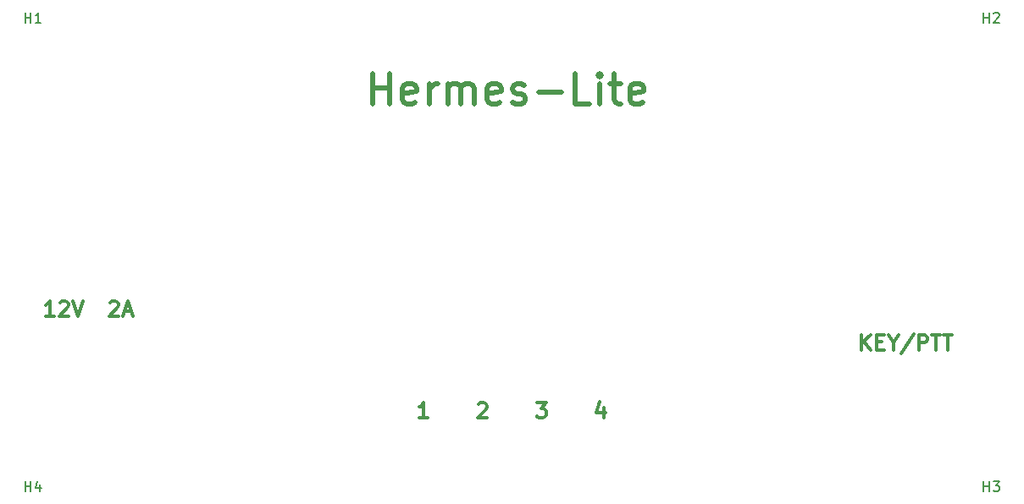
<source format=gbr>
G04 #@! TF.GenerationSoftware,KiCad,Pcbnew,5.0.2+dfsg1-1*
G04 #@! TF.CreationDate,2019-07-23T09:40:36-06:00*
G04 #@! TF.ProjectId,hl2-front-horiz,686c322d-6672-46f6-9e74-2d686f72697a,rev?*
G04 #@! TF.SameCoordinates,Original*
G04 #@! TF.FileFunction,Legend,Top*
G04 #@! TF.FilePolarity,Positive*
%FSLAX46Y46*%
G04 Gerber Fmt 4.6, Leading zero omitted, Abs format (unit mm)*
G04 Created by KiCad (PCBNEW 5.0.2+dfsg1-1) date Tue 23 Jul 2019 09:40:36 AM MDT*
%MOMM*%
%LPD*%
G01*
G04 APERTURE LIST*
%ADD10C,0.500000*%
%ADD11C,0.300000*%
%ADD12C,0.150000*%
G04 APERTURE END LIST*
D10*
X98800000Y-153557142D02*
X98800000Y-150557142D01*
X98800000Y-151985714D02*
X100514285Y-151985714D01*
X100514285Y-153557142D02*
X100514285Y-150557142D01*
X103085714Y-153414285D02*
X102800000Y-153557142D01*
X102228571Y-153557142D01*
X101942857Y-153414285D01*
X101800000Y-153128571D01*
X101800000Y-151985714D01*
X101942857Y-151700000D01*
X102228571Y-151557142D01*
X102800000Y-151557142D01*
X103085714Y-151700000D01*
X103228571Y-151985714D01*
X103228571Y-152271428D01*
X101800000Y-152557142D01*
X104514285Y-153557142D02*
X104514285Y-151557142D01*
X104514285Y-152128571D02*
X104657142Y-151842857D01*
X104800000Y-151700000D01*
X105085714Y-151557142D01*
X105371428Y-151557142D01*
X106371428Y-153557142D02*
X106371428Y-151557142D01*
X106371428Y-151842857D02*
X106514285Y-151700000D01*
X106800000Y-151557142D01*
X107228571Y-151557142D01*
X107514285Y-151700000D01*
X107657142Y-151985714D01*
X107657142Y-153557142D01*
X107657142Y-151985714D02*
X107800000Y-151700000D01*
X108085714Y-151557142D01*
X108514285Y-151557142D01*
X108800000Y-151700000D01*
X108942857Y-151985714D01*
X108942857Y-153557142D01*
X111514285Y-153414285D02*
X111228571Y-153557142D01*
X110657142Y-153557142D01*
X110371428Y-153414285D01*
X110228571Y-153128571D01*
X110228571Y-151985714D01*
X110371428Y-151700000D01*
X110657142Y-151557142D01*
X111228571Y-151557142D01*
X111514285Y-151700000D01*
X111657142Y-151985714D01*
X111657142Y-152271428D01*
X110228571Y-152557142D01*
X112800000Y-153414285D02*
X113085714Y-153557142D01*
X113657142Y-153557142D01*
X113942857Y-153414285D01*
X114085714Y-153128571D01*
X114085714Y-152985714D01*
X113942857Y-152700000D01*
X113657142Y-152557142D01*
X113228571Y-152557142D01*
X112942857Y-152414285D01*
X112800000Y-152128571D01*
X112800000Y-151985714D01*
X112942857Y-151700000D01*
X113228571Y-151557142D01*
X113657142Y-151557142D01*
X113942857Y-151700000D01*
X115371428Y-152414285D02*
X117657142Y-152414285D01*
X120514285Y-153557142D02*
X119085714Y-153557142D01*
X119085714Y-150557142D01*
X121514285Y-153557142D02*
X121514285Y-151557142D01*
X121514285Y-150557142D02*
X121371428Y-150700000D01*
X121514285Y-150842857D01*
X121657142Y-150700000D01*
X121514285Y-150557142D01*
X121514285Y-150842857D01*
X122514285Y-151557142D02*
X123657142Y-151557142D01*
X122942857Y-150557142D02*
X122942857Y-153128571D01*
X123085714Y-153414285D01*
X123371428Y-153557142D01*
X123657142Y-153557142D01*
X125800000Y-153414285D02*
X125514285Y-153557142D01*
X124942857Y-153557142D01*
X124657142Y-153414285D01*
X124514285Y-153128571D01*
X124514285Y-151985714D01*
X124657142Y-151700000D01*
X124942857Y-151557142D01*
X125514285Y-151557142D01*
X125800000Y-151700000D01*
X125942857Y-151985714D01*
X125942857Y-152271428D01*
X124514285Y-152557142D01*
G04 #@! TO.C,4*
D11*
X121885714Y-183978571D02*
X121885714Y-184978571D01*
X121528571Y-183407142D02*
X121171428Y-184478571D01*
X122100000Y-184478571D01*
G04 #@! TO.C,3*
X115200000Y-183478571D02*
X116128571Y-183478571D01*
X115628571Y-184050000D01*
X115842857Y-184050000D01*
X115985714Y-184121428D01*
X116057142Y-184192857D01*
X116128571Y-184335714D01*
X116128571Y-184692857D01*
X116057142Y-184835714D01*
X115985714Y-184907142D01*
X115842857Y-184978571D01*
X115414285Y-184978571D01*
X115271428Y-184907142D01*
X115200000Y-184835714D01*
G04 #@! TO.C,2*
X109371428Y-183621428D02*
X109442857Y-183550000D01*
X109585714Y-183478571D01*
X109942857Y-183478571D01*
X110085714Y-183550000D01*
X110157142Y-183621428D01*
X110228571Y-183764285D01*
X110228571Y-183907142D01*
X110157142Y-184121428D01*
X109300000Y-184978571D01*
X110228571Y-184978571D01*
G04 #@! TO.C,H1*
D12*
X64075759Y-145413784D02*
X64075759Y-144413784D01*
X64075759Y-144889975D02*
X64647187Y-144889975D01*
X64647187Y-145413784D02*
X64647187Y-144413784D01*
X65647187Y-145413784D02*
X65075759Y-145413784D01*
X65361473Y-145413784D02*
X65361473Y-144413784D01*
X65266235Y-144556642D01*
X65170997Y-144651880D01*
X65075759Y-144699499D01*
G04 #@! TO.C,H4*
X64073942Y-192335091D02*
X64073942Y-191335091D01*
X64073942Y-191811282D02*
X64645370Y-191811282D01*
X64645370Y-192335091D02*
X64645370Y-191335091D01*
X65550132Y-191668425D02*
X65550132Y-192335091D01*
X65312037Y-191287472D02*
X65073942Y-192001758D01*
X65692989Y-192001758D01*
G04 #@! TO.C,H3*
X159893720Y-192328678D02*
X159893720Y-191328678D01*
X159893720Y-191804869D02*
X160465148Y-191804869D01*
X160465148Y-192328678D02*
X160465148Y-191328678D01*
X160846101Y-191328678D02*
X161465148Y-191328678D01*
X161131815Y-191709631D01*
X161274672Y-191709631D01*
X161369910Y-191757250D01*
X161417529Y-191804869D01*
X161465148Y-191900107D01*
X161465148Y-192138202D01*
X161417529Y-192233440D01*
X161369910Y-192281059D01*
X161274672Y-192328678D01*
X160988958Y-192328678D01*
X160893720Y-192281059D01*
X160846101Y-192233440D01*
G04 #@! TO.C,H2*
X159887308Y-145412074D02*
X159887308Y-144412074D01*
X159887308Y-144888265D02*
X160458736Y-144888265D01*
X160458736Y-145412074D02*
X160458736Y-144412074D01*
X160887308Y-144507313D02*
X160934927Y-144459694D01*
X161030165Y-144412074D01*
X161268260Y-144412074D01*
X161363498Y-144459694D01*
X161411117Y-144507313D01*
X161458736Y-144602551D01*
X161458736Y-144697789D01*
X161411117Y-144840646D01*
X160839689Y-145412074D01*
X161458736Y-145412074D01*
G04 #@! TO.C,12V  2A*
D11*
X66971428Y-174778571D02*
X66114285Y-174778571D01*
X66542857Y-174778571D02*
X66542857Y-173278571D01*
X66400000Y-173492857D01*
X66257142Y-173635714D01*
X66114285Y-173707142D01*
X67542857Y-173421428D02*
X67614285Y-173350000D01*
X67757142Y-173278571D01*
X68114285Y-173278571D01*
X68257142Y-173350000D01*
X68328571Y-173421428D01*
X68400000Y-173564285D01*
X68400000Y-173707142D01*
X68328571Y-173921428D01*
X67471428Y-174778571D01*
X68400000Y-174778571D01*
X68828571Y-173278571D02*
X69328571Y-174778571D01*
X69828571Y-173278571D01*
X72542857Y-173421428D02*
X72614285Y-173350000D01*
X72757142Y-173278571D01*
X73114285Y-173278571D01*
X73257142Y-173350000D01*
X73328571Y-173421428D01*
X73400000Y-173564285D01*
X73400000Y-173707142D01*
X73328571Y-173921428D01*
X72471428Y-174778571D01*
X73400000Y-174778571D01*
X73971428Y-174350000D02*
X74685714Y-174350000D01*
X73828571Y-174778571D02*
X74328571Y-173278571D01*
X74828571Y-174778571D01*
G04 #@! TO.C,1*
X104328571Y-184978571D02*
X103471428Y-184978571D01*
X103900000Y-184978571D02*
X103900000Y-183478571D01*
X103757142Y-183692857D01*
X103614285Y-183835714D01*
X103471428Y-183907142D01*
G04 #@! TO.C,KEY/PTT*
X147707142Y-178178571D02*
X147707142Y-176678571D01*
X148564285Y-178178571D02*
X147921428Y-177321428D01*
X148564285Y-176678571D02*
X147707142Y-177535714D01*
X149207142Y-177392857D02*
X149707142Y-177392857D01*
X149921428Y-178178571D02*
X149207142Y-178178571D01*
X149207142Y-176678571D01*
X149921428Y-176678571D01*
X150850000Y-177464285D02*
X150850000Y-178178571D01*
X150350000Y-176678571D02*
X150850000Y-177464285D01*
X151350000Y-176678571D01*
X152921428Y-176607142D02*
X151635714Y-178535714D01*
X153421428Y-178178571D02*
X153421428Y-176678571D01*
X153992857Y-176678571D01*
X154135714Y-176750000D01*
X154207142Y-176821428D01*
X154278571Y-176964285D01*
X154278571Y-177178571D01*
X154207142Y-177321428D01*
X154135714Y-177392857D01*
X153992857Y-177464285D01*
X153421428Y-177464285D01*
X154707142Y-176678571D02*
X155564285Y-176678571D01*
X155135714Y-178178571D02*
X155135714Y-176678571D01*
X155850000Y-176678571D02*
X156707142Y-176678571D01*
X156278571Y-178178571D02*
X156278571Y-176678571D01*
G04 #@! TD*
M02*

</source>
